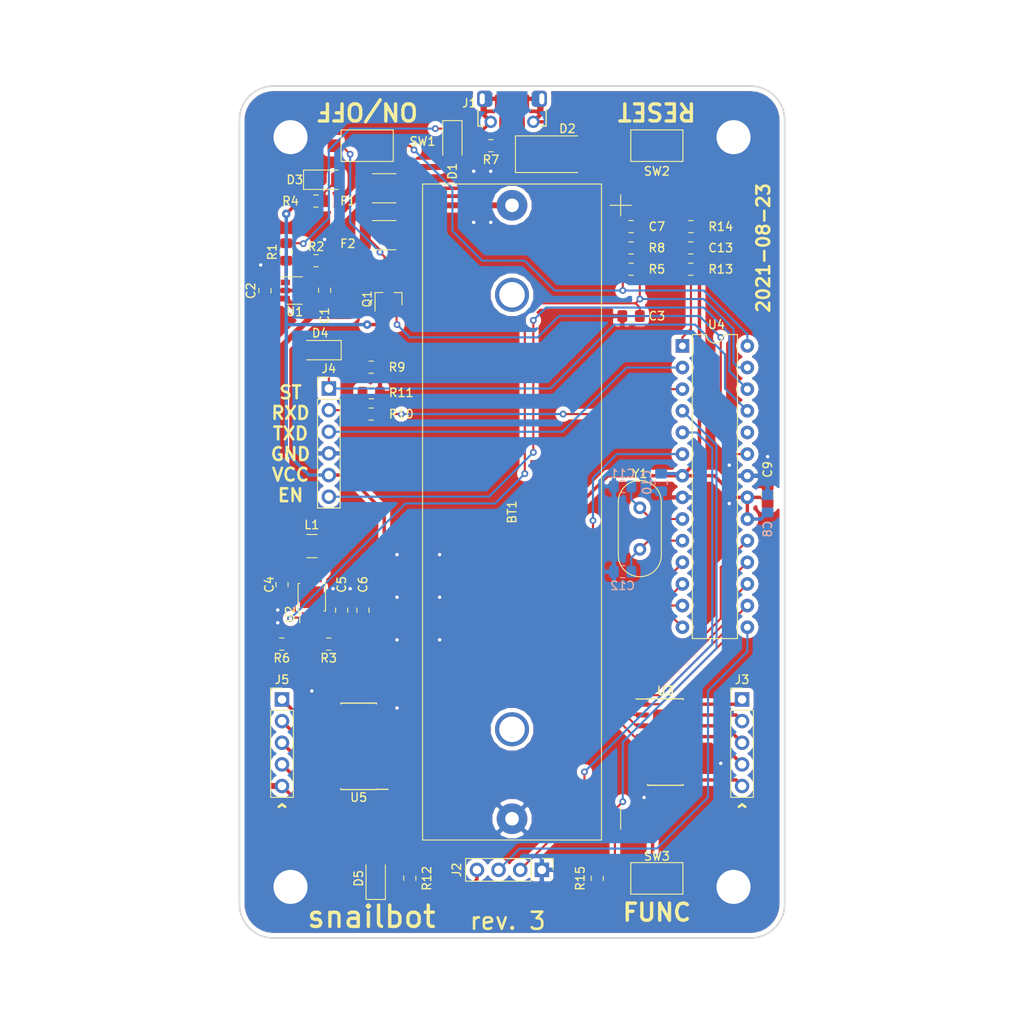
<source format=kicad_pcb>
(kicad_pcb (version 20171130) (host pcbnew 5.0.2-bee76a0~70~ubuntu18.04.1)
  (title_block (title Snailbot) (date 2021-08-22) (rev 3) (company "Michał Cieśnik") (comment 1 "Arduino compatible robot"))
  (layers (0 F.Cu signal) (31 B.Cu signal) (34 B.Paste user) (35 F.Paste user) (36 B.SilkS user) (37 F.SilkS user) (38 B.Mask user) (39 F.Mask user) (44 Edge.Cuts user))
  (net 0 "")
  (net 1 "Net-(BT1-Pad1)")
  (net 2 GND)
  (net 3 VDD)
  (net 4 +BATT)
  (net 5 VCC)
  (net 6 PC5)
  (net 7 "Net-(C11-Pad2)")
  (net 8 "Net-(C12-Pad2)")
  (net 9 "Net-(C13-Pad1)")
  (net 10 "Net-(D1-Pad1)")
  (net 11 "Net-(D2-Pad1)")
  (net 12 "Net-(D2-Pad2)")
  (net 13 "Net-(D3-Pad2)")
  (net 14 PC2)
  (net 15 "Net-(D4-Pad1)")
  (net 16 PB0)
  (net 17 "Net-(D5-Pad1)")
  (net 18 PD3)
  (net 19 PB1)
  (net 20 "Net-(J3-Pad1)")
  (net 21 "Net-(J3-Pad2)")
  (net 22 "Net-(J3-Pad3)")
  (net 23 "Net-(J3-Pad4)")
  (net 24 "Net-(J4-Pad2)")
  (net 25 RXD)
  (net 26 PC3)
  (net 27 "Net-(J5-Pad4)")
  (net 28 "Net-(J5-Pad3)")
  (net 29 "Net-(J5-Pad2)")
  (net 30 "Net-(J5-Pad1)")
  (net 31 "Net-(R1-Pad1)")
  (net 32 "Net-(R2-Pad1)")
  (net 33 "Net-(R3-Pad2)")
  (net 34 PC4)
  (net 35 TXD)
  (net 36 "Net-(R14-Pad2)")
  (net 37 PD2)
  (net 38 PB2)
  (net 39 PB3)
  (net 40 PB4)
  (net 41 PB5)
  (net 42 PD4)
  (net 43 PD5)
  (net 44 PD6)
  (net 45 PD7)
  (net 46 "Net-(L1-Pad1)")
  (net 47 PC0)
  (module mc_mech:BatteryHolder_1x18650 (layer F.Cu) (at 70 65 270)
    (fp_text reference BT1 (at 0 0 270) (layer F.SilkS) (effects (font (thickness 0.16))))
    (fp_text value Battery_Cell)
    (pad 1 thru_hole circle (at -36 0 270) (size 3.6 3.6) (drill 1.6) (layers *.Cu *.Mask) (net 1 "Net-(BT1-Pad1)"))
    (pad 2 thru_hole circle (at 36 0 270) (size 3.6 3.6) (drill 1.6) (layers *.Cu *.Mask) (net 2 GND))
    (pad "" thru_hole circle (at -25.5 0 270) (size 4 4) (drill 3) (layers *.Cu *.Mask))
    (pad "" thru_hole circle (at 25.5 0 270) (size 4 4) (drill 3) (layers *.Cu *.Mask))
  )
  (module Button_Switch_SMD:SW_SPST_CK_RS282G05A3 (layer F.Cu) (at 87 22 180)
    (fp_text reference SW2 (at 0 -3 180) (layer F.SilkS) (effects (font (thickness 0.16))))
    (fp_text value SW_Push)
    (pad 2 smd rect (at 3.9 0 180) (size 1.5 1.5) (layers F.Cu F.Paste F.Mask) (net 2 GND))
    (pad 1 smd rect (at -3.9 0 180) (size 1.5 1.5) (layers F.Cu F.Paste F.Mask) (net 36 "Net-(R14-Pad2)"))
  )
  (module Fuse:Fuse_1812_4532Metric_Pad1.30x3.40mm_HandSolder (layer F.Cu) (at 55 32.5)
    (fp_text reference F2 (at -4.275 1) (layer F.SilkS) (effects (font (thickness 0.16))))
    (fp_text value 1A)
    (pad 2 smd roundrect (at 2.225 0) (size 1.3 3.4) (layers F.Cu F.Paste F.Mask) (roundrect_rratio 0.192308) (net 1 "Net-(BT1-Pad1)"))
    (pad 1 smd roundrect (at -2.225 0) (size 1.3 3.4) (layers F.Cu F.Paste F.Mask) (roundrect_rratio 0.192308) (net 4 +BATT))
  )
  (module Capacitor_SMD:C_0805_2012Metric_Pad1.15x1.40mm_HandSolder (layer F.Cu) (at 48 38.975 90)
    (fp_text reference C1 (at -2.975 0 90) (layer F.SilkS) (effects (font (thickness 0.16))))
    (fp_text value 4u7)
    (pad 2 smd roundrect (at 1.025 0 90) (size 1.15 1.4) (layers F.Cu F.Paste F.Mask) (roundrect_rratio 0.217391) (net 2 GND))
    (pad 1 smd roundrect (at -1.025 0 90) (size 1.15 1.4) (layers F.Cu F.Paste F.Mask) (roundrect_rratio 0.217391) (net 3 VDD))
  )
  (module Capacitor_SMD:C_0805_2012Metric_Pad1.15x1.40mm_HandSolder (layer F.Cu) (at 43 73.525 270)
    (fp_text reference C4 (at -0.025 1.5 270) (layer F.SilkS) (effects (font (thickness 0.16))))
    (fp_text value 10u)
    (pad 2 smd roundrect (at 1.025 0 270) (size 1.15 1.4) (layers F.Cu F.Paste F.Mask) (roundrect_rratio 0.217391) (net 2 GND))
    (pad 1 smd roundrect (at -1.025 0 270) (size 1.15 1.4) (layers F.Cu F.Paste F.Mask) (roundrect_rratio 0.217391) (net 4 +BATT))
  )
  (module Capacitor_SMD:C_0805_2012Metric_Pad1.15x1.40mm_HandSolder (layer F.Cu) (at 50 76.525 90)
    (fp_text reference C5 (at 3.025 0 90) (layer F.SilkS) (effects (font (thickness 0.16))))
    (fp_text value 10u)
    (pad 2 smd roundrect (at 1.025 0 90) (size 1.15 1.4) (layers F.Cu F.Paste F.Mask) (roundrect_rratio 0.217391) (net 2 GND))
    (pad 1 smd roundrect (at -1.025 0 90) (size 1.15 1.4) (layers F.Cu F.Paste F.Mask) (roundrect_rratio 0.217391) (net 5 VCC))
  )
  (module Capacitor_SMD:C_0805_2012Metric_Pad1.15x1.40mm_HandSolder (layer F.Cu) (at 52.5 76.525 90)
    (fp_text reference C6 (at 3.025 0 90) (layer F.SilkS) (effects (font (thickness 0.16))))
    (fp_text value 10u)
    (pad 2 smd roundrect (at 1.025 0 90) (size 1.15 1.4) (layers F.Cu F.Paste F.Mask) (roundrect_rratio 0.217391) (net 2 GND))
    (pad 1 smd roundrect (at -1.025 0 90) (size 1.15 1.4) (layers F.Cu F.Paste F.Mask) (roundrect_rratio 0.217391) (net 5 VCC))
  )
  (module Capacitor_SMD:C_0805_2012Metric_Pad1.15x1.40mm_HandSolder (layer F.Cu) (at 83.975 31.5)
    (fp_text reference C7 (at 3.025 0) (layer F.SilkS) (effects (font (thickness 0.16))))
    (fp_text value 10u)
    (pad 2 smd roundrect (at 1.025 0) (size 1.15 1.4) (layers F.Cu F.Paste F.Mask) (roundrect_rratio 0.217391) (net 2 GND))
    (pad 1 smd roundrect (at -1.025 0) (size 1.15 1.4) (layers F.Cu F.Paste F.Mask) (roundrect_rratio 0.217391) (net 6 PC5))
  )
  (module Capacitor_SMD:C_0805_2012Metric_Pad1.15x1.40mm_HandSolder (layer B.Cu) (at 100 64.025 90)
    (fp_text reference C8 (at -2.975 0 90) (layer B.SilkS) (effects (font (thickness 0.16)) (justify mirror)))
    (fp_text value 100n)
    (pad 2 smd roundrect (at 1.025 0 90) (size 1.15 1.4) (layers B.Cu B.Paste B.Mask) (roundrect_rratio 0.217391) (net 2 GND))
    (pad 1 smd roundrect (at -1.025 0 90) (size 1.15 1.4) (layers B.Cu B.Paste B.Mask) (roundrect_rratio 0.217391) (net 5 VCC))
  )
  (module Capacitor_SMD:C_0805_2012Metric_Pad1.15x1.40mm_HandSolder (layer F.Cu) (at 100 62.975 270)
    (fp_text reference C9 (at -2.975 0 270) (layer F.SilkS) (effects (font (thickness 0.16))))
    (fp_text value 100n)
    (pad 2 smd roundrect (at 1.025 0 270) (size 1.15 1.4) (layers F.Cu F.Paste F.Mask) (roundrect_rratio 0.217391) (net 5 VCC))
    (pad 1 smd roundrect (at -1.025 0 270) (size 1.15 1.4) (layers F.Cu F.Paste F.Mask) (roundrect_rratio 0.217391) (net 2 GND))
  )
  (module Capacitor_SMD:C_0805_2012Metric_Pad1.15x1.40mm_HandSolder (layer B.Cu) (at 87.5 61.525 270)
    (fp_text reference C10 (at 0 1.65 270) (layer B.SilkS) (effects (font (thickness 0.16)) (justify mirror)))
    (fp_text value 100n)
    (pad 2 smd roundrect (at 1.025 0 270) (size 1.15 1.4) (layers B.Cu B.Paste B.Mask) (roundrect_rratio 0.217391) (net 2 GND))
    (pad 1 smd roundrect (at -1.025 0 270) (size 1.15 1.4) (layers B.Cu B.Paste B.Mask) (roundrect_rratio 0.217391) (net 5 VCC))
  )
  (module Capacitor_SMD:C_0805_2012Metric_Pad1.15x1.40mm_HandSolder (layer B.Cu) (at 82.975 62)
    (fp_text reference C11 (at 0 -1.5) (layer B.SilkS) (effects (font (thickness 0.16)) (justify mirror)))
    (fp_text value 22p)
    (pad 2 smd roundrect (at 1.025 0) (size 1.15 1.4) (layers B.Cu B.Paste B.Mask) (roundrect_rratio 0.217391) (net 7 "Net-(C11-Pad2)"))
    (pad 1 smd roundrect (at -1.025 0) (size 1.15 1.4) (layers B.Cu B.Paste B.Mask) (roundrect_rratio 0.217391) (net 2 GND))
  )
  (module Capacitor_SMD:C_0805_2012Metric_Pad1.15x1.40mm_HandSolder (layer B.Cu) (at 82.975 72)
    (fp_text reference C12 (at 0 1.65) (layer B.SilkS) (effects (font (thickness 0.16)) (justify mirror)))
    (fp_text value 22p)
    (pad 2 smd roundrect (at 1.025 0) (size 1.15 1.4) (layers B.Cu B.Paste B.Mask) (roundrect_rratio 0.217391) (net 8 "Net-(C12-Pad2)"))
    (pad 1 smd roundrect (at -1.025 0) (size 1.15 1.4) (layers B.Cu B.Paste B.Mask) (roundrect_rratio 0.217391) (net 2 GND))
  )
  (module Capacitor_SMD:C_0805_2012Metric_Pad1.15x1.40mm_HandSolder (layer F.Cu) (at 90.975 34)
    (fp_text reference C13 (at 3.525 0) (layer F.SilkS) (effects (font (thickness 0.16))))
    (fp_text value 100n)
    (pad 2 smd roundrect (at 1.025 0) (size 1.15 1.4) (layers F.Cu F.Paste F.Mask) (roundrect_rratio 0.217391) (net 2 GND))
    (pad 1 smd roundrect (at -1.025 0) (size 1.15 1.4) (layers F.Cu F.Paste F.Mask) (roundrect_rratio 0.217391) (net 9 "Net-(C13-Pad1)"))
  )
  (module LED_SMD:LED_1206_3216Metric_Pad1.42x1.75mm_HandSolder (layer F.Cu) (at 63 21.5125 270)
    (fp_text reference D1 (at 3.4875 0 270) (layer F.SilkS) (effects (font (thickness 0.16))))
    (fp_text value RED)
    (pad 2 smd roundrect (at 1.4875 0 270) (size 1.425 1.75) (layers F.Cu F.Paste F.Mask) (roundrect_rratio 0.175439) (net 3 VDD))
    (pad 1 smd roundrect (at -1.4875 0 270) (size 1.425 1.75) (layers F.Cu F.Paste F.Mask) (roundrect_rratio 0.175439) (net 10 "Net-(D1-Pad1)"))
  )
  (module Diode_SMD:D_SMB_Handsoldering (layer F.Cu) (at 75 23)
    (fp_text reference D2 (at 1.5 -3) (layer F.SilkS) (effects (font (thickness 0.16))))
    (fp_text value D_TVS)
    (pad 1 smd rect (at -2.7 0) (size 3.5 2.3) (layers F.Cu F.Paste F.Mask) (net 11 "Net-(D2-Pad1)"))
    (pad 2 smd rect (at 2.7 0) (size 3.5 2.3) (layers F.Cu F.Paste F.Mask) (net 12 "Net-(D2-Pad2)"))
  )
  (module LED_SMD:LED_1206_3216Metric_Pad1.42x1.75mm_HandSolder (layer F.Cu) (at 47.9875 26)
    (fp_text reference D3 (at -3.4875 0) (layer F.SilkS) (effects (font (thickness 0.16))))
    (fp_text value YELLOW)
    (pad 2 smd roundrect (at 1.4875 0) (size 1.425 1.75) (layers F.Cu F.Paste F.Mask) (roundrect_rratio 0.175439) (net 13 "Net-(D3-Pad2)"))
    (pad 1 smd roundrect (at -1.4875 0) (size 1.425 1.75) (layers F.Cu F.Paste F.Mask) (roundrect_rratio 0.175439) (net 2 GND))
  )
  (module LED_SMD:LED_1206_3216Metric_Pad1.42x1.75mm_HandSolder (layer F.Cu) (at 47.4875 46 180)
    (fp_text reference D4 (at 0 2 180) (layer F.SilkS) (effects (font (thickness 0.16))))
    (fp_text value BLUE)
    (pad 2 smd roundrect (at 1.4875 0 180) (size 1.425 1.75) (layers F.Cu F.Paste F.Mask) (roundrect_rratio 0.175439) (net 14 PC2))
    (pad 1 smd roundrect (at -1.4875 0 180) (size 1.425 1.75) (layers F.Cu F.Paste F.Mask) (roundrect_rratio 0.175439) (net 15 "Net-(D4-Pad1)"))
  )
  (module LED_SMD:LED_1206_3216Metric_Pad1.42x1.75mm_HandSolder (layer F.Cu) (at 54 108.0125 90)
    (fp_text reference D5 (at 0.0125 -2 90) (layer F.SilkS) (effects (font (thickness 0.16))))
    (fp_text value BLUE)
    (pad 2 smd roundrect (at 1.4875 0 90) (size 1.425 1.75) (layers F.Cu F.Paste F.Mask) (roundrect_rratio 0.175439) (net 16 PB0))
    (pad 1 smd roundrect (at -1.4875 0 90) (size 1.425 1.75) (layers F.Cu F.Paste F.Mask) (roundrect_rratio 0.175439) (net 17 "Net-(D5-Pad1)"))
  )
  (module Fuse:Fuse_1812_4532Metric_Pad1.30x3.40mm_HandSolder (layer F.Cu) (at 55 27)
    (fp_text reference F1 (at -4.275 1.5) (layer F.SilkS) (effects (font (thickness 0.16))))
    (fp_text value 750mA)
    (pad 2 smd roundrect (at 2.225 0) (size 1.3 3.4) (layers F.Cu F.Paste F.Mask) (roundrect_rratio 0.192308) (net 11 "Net-(D2-Pad1)"))
    (pad 1 smd roundrect (at -2.225 0) (size 1.3 3.4) (layers F.Cu F.Paste F.Mask) (roundrect_rratio 0.192308) (net 3 VDD))
  )
  (module Connector_PinHeader_2.54mm:PinHeader_1x04_P2.54mm_Vertical (layer F.Cu) (at 73.5 107 270)
    (fp_text reference J2 (at 0 10 270) (layer F.SilkS) (effects (font (thickness 0.16))))
    (fp_text value Conn_01x04_Female)
    (pad 4 thru_hole oval (at 0 7.62 270) (size 1.7 1.7) (drill 1) (layers *.Cu *.Mask) (net 5 VCC))
    (pad 3 thru_hole oval (at 0 5.08 270) (size 1.7 1.7) (drill 1) (layers *.Cu *.Mask) (net 19 PB1))
    (pad 2 thru_hole oval (at 0 2.54 270) (size 1.7 1.7) (drill 1) (layers *.Cu *.Mask) (net 18 PD3))
    (pad 1 thru_hole rect (at 0 0 270) (size 1.7 1.7) (drill 1) (layers *.Cu *.Mask) (net 2 GND))
  )
  (module Connector_PinHeader_2.54mm:PinHeader_1x05_P2.54mm_Vertical (layer F.Cu) (at 97 87)
    (fp_text reference J3 (at 0 -2.33) (layer F.SilkS) (effects (font (thickness 0.16))))
    (fp_text value Conn_01x05_Male)
    (pad 5 thru_hole oval (at 0 10.16) (size 1.7 1.7) (drill 1) (layers *.Cu *.Mask) (net 5 VCC))
    (pad 4 thru_hole oval (at 0 7.62) (size 1.7 1.7) (drill 1) (layers *.Cu *.Mask) (net 23 "Net-(J3-Pad4)"))
    (pad 3 thru_hole oval (at 0 5.08) (size 1.7 1.7) (drill 1) (layers *.Cu *.Mask) (net 22 "Net-(J3-Pad3)"))
    (pad 2 thru_hole oval (at 0 2.54) (size 1.7 1.7) (drill 1) (layers *.Cu *.Mask) (net 21 "Net-(J3-Pad2)"))
    (pad 1 thru_hole rect (at 0 0) (size 1.7 1.7) (drill 1) (layers *.Cu *.Mask) (net 20 "Net-(J3-Pad1)"))
  )
  (module Connector_PinHeader_2.54mm:PinHeader_1x06_P2.54mm_Vertical (layer F.Cu) (at 48.5 50.5)
    (fp_text reference J4 (at 0 -2.33) (layer F.SilkS) (effects (font (thickness 0.16))))
    (fp_text value Conn_01x06_Female)
    (pad 6 thru_hole oval (at 0 12.7) (size 1.7 1.7) (drill 1) (layers *.Cu *.Mask) (net 26 PC3))
    (pad 5 thru_hole oval (at 0 10.16) (size 1.7 1.7) (drill 1) (layers *.Cu *.Mask) (net 5 VCC))
    (pad 4 thru_hole oval (at 0 7.62) (size 1.7 1.7) (drill 1) (layers *.Cu *.Mask) (net 2 GND))
    (pad 3 thru_hole oval (at 0 5.08) (size 1.7 1.7) (drill 1) (layers *.Cu *.Mask) (net 25 RXD))
    (pad 2 thru_hole oval (at 0 2.54) (size 1.7 1.7) (drill 1) (layers *.Cu *.Mask) (net 24 "Net-(J4-Pad2)"))
    (pad 1 thru_hole rect (at 0 0) (size 1.7 1.7) (drill 1) (layers *.Cu *.Mask) (net 14 PC2))
  )
  (module Connector_PinHeader_2.54mm:PinHeader_1x05_P2.54mm_Vertical (layer F.Cu) (at 43 87)
    (fp_text reference J5 (at 0 -2.33) (layer F.SilkS) (effects (font (thickness 0.16))))
    (fp_text value Conn_01x05_Male)
    (pad 5 thru_hole oval (at 0 10.16) (size 1.7 1.7) (drill 1) (layers *.Cu *.Mask) (net 5 VCC))
    (pad 4 thru_hole oval (at 0 7.62) (size 1.7 1.7) (drill 1) (layers *.Cu *.Mask) (net 27 "Net-(J5-Pad4)"))
    (pad 3 thru_hole oval (at 0 5.08) (size 1.7 1.7) (drill 1) (layers *.Cu *.Mask) (net 28 "Net-(J5-Pad3)"))
    (pad 2 thru_hole oval (at 0 2.54) (size 1.7 1.7) (drill 1) (layers *.Cu *.Mask) (net 29 "Net-(J5-Pad2)"))
    (pad 1 thru_hole rect (at 0 0) (size 1.7 1.7) (drill 1) (layers *.Cu *.Mask) (net 30 "Net-(J5-Pad1)"))
  )
  (module Inductor_SMD:L_1210_3225Metric_Pad1.42x2.65mm_HandSolder (layer F.Cu) (at 46.5125 69 180)
    (fp_text reference L1 (at 0.0125 2.5 180) (layer F.SilkS) (effects (font (thickness 0.16))))
    (fp_text value 4u7)
    (pad 2 smd roundrect (at 1.4875 0 180) (size 1.425 2.65) (layers F.Cu F.Paste F.Mask) (roundrect_rratio 0.175439) (net 4 +BATT))
    (pad 1 smd roundrect (at -1.4875 0 180) (size 1.425 2.65) (layers F.Cu F.Paste F.Mask) (roundrect_rratio 0.175439) (net 46 "Net-(L1-Pad1)"))
  )
  (module Resistor_SMD:R_0805_2012Metric_Pad1.15x1.40mm_HandSolder (layer F.Cu) (at 43.5 34.475 90)
    (fp_text reference R1 (at 0 -1.65 90) (layer F.SilkS) (effects (font (thickness 0.16))))
    (fp_text value 1k)
    (pad 2 smd roundrect (at 1.025 0 90) (size 1.15 1.4) (layers F.Cu F.Paste F.Mask) (roundrect_rratio 0.217391) (net 10 "Net-(D1-Pad1)"))
    (pad 1 smd roundrect (at -1.025 0 90) (size 1.15 1.4) (layers F.Cu F.Paste F.Mask) (roundrect_rratio 0.217391) (net 31 "Net-(R1-Pad1)"))
  )
  (module Resistor_SMD:R_0805_2012Metric_Pad1.15x1.40mm_HandSolder (layer F.Cu) (at 47 35.5)
    (fp_text reference R2 (at 0 -1.65) (layer F.SilkS) (effects (font (thickness 0.16))))
    (fp_text value 2k2)
    (pad 2 smd roundrect (at 1.025 0) (size 1.15 1.4) (layers F.Cu F.Paste F.Mask) (roundrect_rratio 0.217391) (net 2 GND))
    (pad 1 smd roundrect (at -1.025 0) (size 1.15 1.4) (layers F.Cu F.Paste F.Mask) (roundrect_rratio 0.217391) (net 32 "Net-(R2-Pad1)"))
  )
  (module Resistor_SMD:R_0805_2012Metric_Pad1.15x1.40mm_HandSolder (layer F.Cu) (at 48.475 80.5 180)
    (fp_text reference R3 (at 0 -1.65 180) (layer F.SilkS) (effects (font (thickness 0.16))))
    (fp_text value "470k 1%")
    (pad 2 smd roundrect (at 1.025 0 180) (size 1.15 1.4) (layers F.Cu F.Paste F.Mask) (roundrect_rratio 0.217391) (net 33 "Net-(R3-Pad2)"))
    (pad 1 smd roundrect (at -1.025 0 180) (size 1.15 1.4) (layers F.Cu F.Paste F.Mask) (roundrect_rratio 0.217391) (net 5 VCC))
  )
  (module Resistor_SMD:R_0805_2012Metric_Pad1.15x1.40mm_HandSolder (layer F.Cu) (at 46.975 28.5 180)
    (fp_text reference R4 (at 2.975 0 180) (layer F.SilkS) (effects (font (thickness 0.16))))
    (fp_text value 470)
    (pad 2 smd roundrect (at 1.025 0 180) (size 1.15 1.4) (layers F.Cu F.Paste F.Mask) (roundrect_rratio 0.217391) (net 5 VCC))
    (pad 1 smd roundrect (at -1.025 0 180) (size 1.15 1.4) (layers F.Cu F.Paste F.Mask) (roundrect_rratio 0.217391) (net 13 "Net-(D3-Pad2)"))
  )
  (module Resistor_SMD:R_0805_2012Metric_Pad1.15x1.40mm_HandSolder (layer F.Cu) (at 83.975 36.5)
    (fp_text reference R5 (at 3.025 0) (layer F.SilkS) (effects (font (thickness 0.16))))
    (fp_text value 1M)
    (pad 2 smd roundrect (at 1.025 0) (size 1.15 1.4) (layers F.Cu F.Paste F.Mask) (roundrect_rratio 0.217391) (net 34 PC4))
    (pad 1 smd roundrect (at -1.025 0) (size 1.15 1.4) (layers F.Cu F.Paste F.Mask) (roundrect_rratio 0.217391) (net 6 PC5))
  )
  (module Resistor_SMD:R_0805_2012Metric_Pad1.15x1.40mm_HandSolder (layer F.Cu) (at 42.975 80.5 180)
    (fp_text reference R6 (at 0 -1.65 180) (layer F.SilkS) (effects (font (thickness 0.16))))
    (fp_text value "150k 1%")
    (pad 2 smd roundrect (at 1.025 0 180) (size 1.15 1.4) (layers F.Cu F.Paste F.Mask) (roundrect_rratio 0.217391) (net 2 GND))
    (pad 1 smd roundrect (at -1.025 0 180) (size 1.15 1.4) (layers F.Cu F.Paste F.Mask) (roundrect_rratio 0.217391) (net 33 "Net-(R3-Pad2)"))
  )
  (module Resistor_SMD:R_0805_2012Metric_Pad1.15x1.40mm_HandSolder (layer F.Cu) (at 67.525 22 180)
    (fp_text reference R7 (at 0 -1.65 180) (layer F.SilkS) (effects (font (thickness 0.16))))
    (fp_text value 1k)
    (pad 2 smd roundrect (at 1.025 0 180) (size 1.15 1.4) (layers F.Cu F.Paste F.Mask) (roundrect_rratio 0.217391) (net 12 "Net-(D2-Pad2)"))
    (pad 1 smd roundrect (at -1.025 0 180) (size 1.15 1.4) (layers F.Cu F.Paste F.Mask) (roundrect_rratio 0.217391) (net 2 GND))
  )
  (module Resistor_SMD:R_0805_2012Metric_Pad1.15x1.40mm_HandSolder (layer F.Cu) (at 83.975 34 180)
    (fp_text reference R8 (at -3.025 0 180) (layer F.SilkS) (effects (font (thickness 0.16))))
    (fp_text value 100k)
    (pad 2 smd roundrect (at 1.025 0 180) (size 1.15 1.4) (layers F.Cu F.Paste F.Mask) (roundrect_rratio 0.217391) (net 6 PC5))
    (pad 1 smd roundrect (at -1.025 0 180) (size 1.15 1.4) (layers F.Cu F.Paste F.Mask) (roundrect_rratio 0.217391) (net 2 GND))
  )
  (module Resistor_SMD:R_0805_2012Metric_Pad1.15x1.40mm_HandSolder (layer F.Cu) (at 53.475 48 180)
    (fp_text reference R9 (at -3.025 0 180) (layer F.SilkS) (effects (font (thickness 0.16))))
    (fp_text value 470)
    (pad 2 smd roundrect (at 1.025 0 180) (size 1.15 1.4) (layers F.Cu F.Paste F.Mask) (roundrect_rratio 0.217391) (net 15 "Net-(D4-Pad1)"))
    (pad 1 smd roundrect (at -1.025 0 180) (size 1.15 1.4) (layers F.Cu F.Paste F.Mask) (roundrect_rratio 0.217391) (net 2 GND))
  )
  (module Resistor_SMD:R_0805_2012Metric_Pad1.15x1.40mm_HandSolder (layer F.Cu) (at 53.475 53.5)
    (fp_text reference R10 (at 3.525 0) (layer F.SilkS) (effects (font (thickness 0.16))))
    (fp_text value 10k)
    (pad 2 smd roundrect (at 1.025 0) (size 1.15 1.4) (layers F.Cu F.Paste F.Mask) (roundrect_rratio 0.217391) (net 35 TXD))
    (pad 1 smd roundrect (at -1.025 0) (size 1.15 1.4) (layers F.Cu F.Paste F.Mask) (roundrect_rratio 0.217391) (net 24 "Net-(J4-Pad2)"))
  )
  (module Resistor_SMD:R_0805_2012Metric_Pad1.15x1.40mm_HandSolder (layer F.Cu) (at 53.475 51 180)
    (fp_text reference R11 (at -3.525 0 180) (layer F.SilkS) (effects (font (thickness 0.16))))
    (fp_text value 15k)
    (pad 2 smd roundrect (at 1.025 0 180) (size 1.15 1.4) (layers F.Cu F.Paste F.Mask) (roundrect_rratio 0.217391) (net 24 "Net-(J4-Pad2)"))
    (pad 1 smd roundrect (at -1.025 0 180) (size 1.15 1.4) (layers F.Cu F.Paste F.Mask) (roundrect_rratio 0.217391) (net 2 GND))
  )
  (module Resistor_SMD:R_0805_2012Metric_Pad1.15x1.40mm_HandSolder (layer F.Cu) (at 58 107.975 270)
    (fp_text reference R12 (at 0.025 -2 270) (layer F.SilkS) (effects (font (thickness 0.16))))
    (fp_text value 470)
    (pad 2 smd roundrect (at 1.025 0 270) (size 1.15 1.4) (layers F.Cu F.Paste F.Mask) (roundrect_rratio 0.217391) (net 17 "Net-(D5-Pad1)"))
    (pad 1 smd roundrect (at -1.025 0 270) (size 1.15 1.4) (layers F.Cu F.Paste F.Mask) (roundrect_rratio 0.217391) (net 2 GND))
  )
  (module Resistor_SMD:R_0805_2012Metric_Pad1.15x1.40mm_HandSolder (layer F.Cu) (at 90.975 36.5)
    (fp_text reference R13 (at 3.525 0) (layer F.SilkS) (effects (font (thickness 0.16))))
    (fp_text value 10k)
    (pad 2 smd roundrect (at 1.025 0) (size 1.15 1.4) (layers F.Cu F.Paste F.Mask) (roundrect_rratio 0.217391) (net 5 VCC))
    (pad 1 smd roundrect (at -1.025 0) (size 1.15 1.4) (layers F.Cu F.Paste F.Mask) (roundrect_rratio 0.217391) (net 9 "Net-(C13-Pad1)"))
  )
  (module Resistor_SMD:R_0805_2012Metric_Pad1.15x1.40mm_HandSolder (layer F.Cu) (at 91 31.5)
    (fp_text reference R14 (at 3.5 0) (layer F.SilkS) (effects (font (thickness 0.16))))
    (fp_text value 100)
    (pad 2 smd roundrect (at 1.025 0) (size 1.15 1.4) (layers F.Cu F.Paste F.Mask) (roundrect_rratio 0.217391) (net 36 "Net-(R14-Pad2)"))
    (pad 1 smd roundrect (at -1.025 0) (size 1.15 1.4) (layers F.Cu F.Paste F.Mask) (roundrect_rratio 0.217391) (net 9 "Net-(C13-Pad1)"))
  )
  (module Resistor_SMD:R_0805_2012Metric_Pad1.15x1.40mm_HandSolder (layer F.Cu) (at 80 108 270)
    (fp_text reference R15 (at 0 2 270) (layer F.SilkS) (effects (font (thickness 0.16))))
    (fp_text value 10k)
    (pad 2 smd roundrect (at 1.025 0 270) (size 1.15 1.4) (layers F.Cu F.Paste F.Mask) (roundrect_rratio 0.217391) (net 5 VCC))
    (pad 1 smd roundrect (at -1.025 0 270) (size 1.15 1.4) (layers F.Cu F.Paste F.Mask) (roundrect_rratio 0.217391) (net 37 PD2))
  )
  (module Button_Switch_SMD:SW_SPST_CK_RS282G05A3 (layer F.Cu) (at 53 22)
    (fp_text reference SW1 (at 6.5 -0.5) (layer F.SilkS) (effects (font (thickness 0.16))))
    (fp_text value SW_Push)
    (pad 2 smd rect (at 3.9 0) (size 1.5 1.5) (layers F.Cu F.Paste F.Mask) (net 6 PC5))
    (pad 1 smd rect (at -3.9 0) (size 1.5 1.5) (layers F.Cu F.Paste F.Mask) (net 4 +BATT))
  )
  (module Button_Switch_SMD:SW_SPST_CK_RS282G05A3 (layer F.Cu) (at 87 108)
    (fp_text reference SW3 (at 0 -2.6) (layer F.SilkS) (effects (font (thickness 0.16))))
    (fp_text value SW_Push)
    (pad 2 smd rect (at 3.9 0) (size 1.5 1.5) (layers F.Cu F.Paste F.Mask) (net 2 GND))
    (pad 1 smd rect (at -3.9 0) (size 1.5 1.5) (layers F.Cu F.Paste F.Mask) (net 37 PD2))
  )
  (module Package_TO_SOT_SMD:SOT-23-5 (layer F.Cu) (at 44.5 39)
    (fp_text reference U1 (at 0 2.5) (layer F.SilkS) (effects (font (thickness 0.16))))
    (fp_text value MCP73831-2-OT)
    (pad 5 smd rect (at 1.1 -0.95) (size 1.06 0.65) (layers F.Cu F.Paste F.Mask) (net 32 "Net-(R2-Pad1)"))
    (pad 4 smd rect (at 1.1 0.95) (size 1.06 0.65) (layers F.Cu F.Paste F.Mask) (net 3 VDD))
    (pad 3 smd rect (at -1.1 0.95) (size 1.06 0.65) (layers F.Cu F.Paste F.Mask) (net 4 +BATT))
    (pad 2 smd rect (at -1.1 0) (size 1.06 0.65) (layers F.Cu F.Paste F.Mask) (net 2 GND))
    (pad 1 smd rect (at -1.1 -0.95) (size 1.06 0.65) (layers F.Cu F.Paste F.Mask) (net 31 "Net-(R1-Pad1)"))
  )
  (module Package_SO:SOIC-16_3.9x9.9mm_P1.27mm (layer F.Cu) (at 88 92)
    (fp_text reference U3 (at 0 -6) (layer F.SilkS) (effects (font (thickness 0.16))))
    (fp_text value ULN2003)
    (pad 16 smd rect (at 2.7 -4.445) (size 1.5 0.6) (layers F.Cu F.Paste F.Mask) (net 20 "Net-(J3-Pad1)"))
    (pad 15 smd rect (at 2.7 -3.175) (size 1.5 0.6) (layers F.Cu F.Paste F.Mask) (net 21 "Net-(J3-Pad2)"))
    (pad 14 smd rect (at 2.7 -1.905) (size 1.5 0.6) (layers F.Cu F.Paste F.Mask) (net 22 "Net-(J3-Pad3)"))
    (pad 13 smd rect (at 2.7 -0.635) (size 1.5 0.6) (layers F.Cu F.Paste F.Mask) (net 23 "Net-(J3-Pad4)"))
    (pad 12 smd rect (at 2.7 0.635) (size 1.5 0.6) (layers F.Cu F.Paste F.Mask))
    (pad 11 smd rect (at 2.7 1.905) (size 1.5 0.6) (layers F.Cu F.Paste F.Mask))
    (pad 10 smd rect (at 2.7 3.175) (size 1.5 0.6) (layers F.Cu F.Paste F.Mask))
    (pad 9 smd rect (at 2.7 4.445) (size 1.5 0.6) (layers F.Cu F.Paste F.Mask) (net 5 VCC))
    (pad 8 smd rect (at -2.7 4.445) (size 1.5 0.6) (layers F.Cu F.Paste F.Mask) (net 2 GND))
    (pad 7 smd rect (at -2.7 3.175) (size 1.5 0.6) (layers F.Cu F.Paste F.Mask))
    (pad 6 smd rect (at -2.7 1.905) (size 1.5 0.6) (layers F.Cu F.Paste F.Mask))
    (pad 5 smd rect (at -2.7 0.635) (size 1.5 0.6) (layers F.Cu F.Paste F.Mask))
    (pad 4 smd rect (at -2.7 -0.635) (size 1.5 0.6) (layers F.Cu F.Paste F.Mask) (net 41 PB5))
    (pad 3 smd rect (at -2.7 -1.905) (size 1.5 0.6) (layers F.Cu F.Paste F.Mask) (net 40 PB4))
    (pad 2 smd rect (at -2.7 -3.175) (size 1.5 0.6) (layers F.Cu F.Paste F.Mask) (net 39 PB3))
    (pad 1 smd rect (at -2.7 -4.445) (size 1.5 0.6) (layers F.Cu F.Paste F.Mask) (net 38 PB2))
  )
  (module Package_DIP:DIP-28_W7.62mm (layer F.Cu) (at 90 45.5)
    (fp_text reference U4 (at 4 -2.5) (layer F.SilkS) (effects (font (thickness 0.16))))
    (fp_text value ATmega328P-PU)
    (pad 28 thru_hole oval (at 7.62 0) (size 1.6 1.6) (drill 0.8) (layers *.Cu *.Mask) (net 6 PC5))
    (pad 14 thru_hole oval (at 0 33.02) (size 1.6 1.6) (drill 0.8) (layers *.Cu *.Mask) (net 16 PB0))
    (pad 27 thru_hole oval (at 7.62 2.54) (size 1.6 1.6) (drill 0.8) (layers *.Cu *.Mask) (net 34 PC4))
    (pad 13 thru_hole oval (at 0 30.48) (size 1.6 1.6) (drill 0.8) (layers *.Cu *.Mask) (net 45 PD7))
    (pad 26 thru_hole oval (at 7.62 5.08) (size 1.6 1.6) (drill 0.8) (layers *.Cu *.Mask) (net 26 PC3))
    (pad 12 thru_hole oval (at 0 27.94) (size 1.6 1.6) (drill 0.8) (layers *.Cu *.Mask) (net 44 PD6))
    (pad 25 thru_hole oval (at 7.62 7.62) (size 1.6 1.6) (drill 0.8) (layers *.Cu *.Mask) (net 14 PC2))
    (pad 11 thru_hole oval (at 0 25.4) (size 1.6 1.6) (drill 0.8) (layers *.Cu *.Mask) (net 43 PD5))
    (pad 24 thru_hole oval (at 7.62 10.16) (size 1.6 1.6) (drill 0.8) (layers *.Cu *.Mask))
    (pad 10 thru_hole oval (at 0 22.86) (size 1.6 1.6) (drill 0.8) (layers *.Cu *.Mask) (net 8 "Net-(C12-Pad2)"))
    (pad 23 thru_hole oval (at 7.62 12.7) (size 1.6 1.6) (drill 0.8) (layers *.Cu *.Mask) (net 47 PC0))
    (pad 9 thru_hole oval (at 0 20.32) (size 1.6 1.6) (drill 0.8) (layers *.Cu *.Mask) (net 7 "Net-(C11-Pad2)"))
    (pad 22 thru_hole oval (at 7.62 15.24) (size 1.6 1.6) (drill 0.8) (layers *.Cu *.Mask) (net 2 GND))
    (pad 8 thru_hole oval (at 0 17.78) (size 1.6 1.6) (drill 0.8) (layers *.Cu *.Mask) (net 2 GND))
    (pad 21 thru_hole oval (at 7.62 17.78) (size 1.6 1.6) (drill 0.8) (layers *.Cu *.Mask) (net 5 VCC))
    (pad 7 thru_hole oval (at 0 15.24) (size 1.6 1.6) (drill 0.8) (layers *.Cu *.Mask) (net 5 VCC))
    (pad 20 thru_hole oval (at 7.62 20.32) (size 1.6 1.6) (drill 0.8) (layers *.Cu *.Mask) (net 5 VCC))
    (pad 6 thru_hole oval (at 0 12.7) (size 1.6 1.6) (drill 0.8) (layers *.Cu *.Mask) (net 42 PD4))
    (pad 19 thru_hole oval (at 7.62 22.86) (size 1.6 1.6) (drill 0.8) (layers *.Cu *.Mask) (net 41 PB5))
    (pad 5 thru_hole oval (at 0 10.16) (size 1.6 1.6) (drill 0.8) (layers *.Cu *.Mask) (net 18 PD3))
    (pad 18 thru_hole oval (at 7.62 25.4) (size 1.6 1.6) (drill 0.8) (layers *.Cu *.Mask) (net 40 PB4))
    (pad 4 thru_hole oval (at 0 7.62) (size 1.6 1.6) (drill 0.8) (layers *.Cu *.Mask) (net 37 PD2))
    (pad 17 thru_hole oval (at 7.62 27.94) (size 1.6 1.6) (drill 0.8) (layers *.Cu *.Mask) (net 39 PB3))
    (pad 3 thru_hole oval (at 0 5.08) (size 1.6 1.6) (drill 0.8) (layers *.Cu *.Mask) (net 35 TXD))
    (pad 16 thru_hole oval (at 7.62 30.48) (size 1.6 1.6) (drill 0.8) (layers *.Cu *.Mask) (net 38 PB2))
    (pad 2 thru_hole oval (at 0 2.54) (size 1.6 1.6) (drill 0.8) (layers *.Cu *.Mask) (net 25 RXD))
    (pad 15 thru_hole oval (at 7.62 33.02) (size 1.6 1.6) (drill 0.8) (layers *.Cu *.Mask) (net 19 PB1))
    (pad 1 thru_hole rect (at 0 0) (size 1.6 1.6) (drill 0.8) (layers *.Cu *.Mask) (net 9 "Net-(C13-Pad1)"))
  )
  (module Package_SO:SOIC-16_3.9x9.9mm_P1.27mm (layer F.Cu) (at 52 92.5 180)
    (fp_text reference U5 (at 0 -6 180) (layer F.SilkS) (effects (font (thickness 0.16))))
    (fp_text value ULN2003)
    (pad 16 smd rect (at 2.7 -4.445 180) (size 1.5 0.6) (layers F.Cu F.Paste F.Mask) (net 27 "Net-(J5-Pad4)"))
    (pad 15 smd rect (at 2.7 -3.175 180) (size 1.5 0.6) (layers F.Cu F.Paste F.Mask) (net 28 "Net-(J5-Pad3)"))
    (pad 14 smd rect (at 2.7 -1.905 180) (size 1.5 0.6) (layers F.Cu F.Paste F.Mask) (net 29 "Net-(J5-Pad2)"))
    (pad 13 smd rect (at 2.7 -0.635 180) (size 1.5 0.6) (layers F.Cu F.Paste F.Mask) (net 30 "Net-(J5-Pad1)"))
    (pad 12 smd rect (at 2.7 0.635 180) (size 1.5 0.6) (layers F.Cu F.Paste F.Mask))
    (pad 11 smd rect (at 2.7 1.905 180) (size 1.5 0.6) (layers F.Cu F.Paste F.Mask))
    (pad 10 smd rect (at 2.7 3.175 180) (size 1.5 0.6) (layers F.Cu F.Paste F.Mask))
    (pad 9 smd rect (at 2.7 4.445 180) (size 1.5 0.6) (layers F.Cu F.Paste F.Mask) (net 5 VCC))
    (pad 8 smd rect (at -2.7 4.445 180) (size 1.5 0.6) (layers F.Cu F.Paste F.Mask) (net 2 GND))
    (pad 7 smd rect (at -2.7 3.175 180) (size 1.5 0.6) (layers F.Cu F.Paste F.Mask))
    (pad 6 smd rect (at -2.7 1.905 180) (size 1.5 0.6) (layers F.Cu F.Paste F.Mask))
    (pad 5 smd rect (at -2.7 0.635 180) (size 1.5 0.6) (layers F.Cu F.Paste F.Mask))
    (pad 4 smd rect (at -2.7 -0.635 180) (size 1.5 0.6) (layers F.Cu F.Paste F.Mask) (net 42 PD4))
    (pad 3 smd rect (at -2.7 -1.905 180) (size 1.5 0.6) (layers F.Cu F.Paste F.Mask) (net 43 PD5))
    (pad 2 smd rect (at -2.7 -3.175 180) (size 1.5 0.6) (layers F.Cu F.Paste F.Mask) (net 44 PD6))
    (pad 1 smd rect (at -2.7 -4.445 180) (size 1.5 0.6) (layers F.Cu F.Paste F.Mask) (net 45 PD7))
  )
  (module Crystal:Crystal_HC49-U_Vertical (layer F.Cu) (at 85 64.5 270)
    (fp_text reference Y1 (at -4 0) (layer F.SilkS) (effects (font (thickness 0.16))))
    (fp_text value 16MHz)
    (pad 2 thru_hole circle (at 4.88 0 270) (size 1.5 1.5) (drill 0.8) (layers *.Cu *.Mask) (net 8 "Net-(C12-Pad2)"))
    (pad 1 thru_hole circle (at 0 0 270) (size 1.5 1.5) (drill 0.8) (layers *.Cu *.Mask) (net 7 "Net-(C11-Pad2)"))
  )
  (module Package_SO:MSOP-8-1EP_3x3mm_P0.65mm_EP2.54x2.8mm (layer F.Cu) (at 46.5 75 90)
    (fp_text reference U2 (at -2 -2.55 90) (layer F.SilkS) (effects (font (thickness 0.16))))
    (fp_text value MCP1642B)
    (pad 5 smd rect (at 2.4 0.975 90) (size 1.26 0.4) (layers F.Cu F.Paste F.Mask) (net 46 "Net-(L1-Pad1)"))
    (pad 1 smd rect (at -2.4 -0.975 90) (size 1.26 0.4) (layers F.Cu F.Paste F.Mask) (net 34 PC4))
    (pad 4 smd rect (at -2.4 0.975 90) (size 1.26 0.4) (layers F.Cu F.Paste F.Mask) (net 5 VCC))
    (pad 6 smd rect (at 2.4 0.325 90) (size 1.26 0.4) (layers F.Cu F.Paste F.Mask) (net 2 GND))
    (pad 2 smd rect (at -2.4 -0.325 90) (size 1.26 0.4) (layers F.Cu F.Paste F.Mask) (net 33 "Net-(R3-Pad2)"))
    (pad 3 smd rect (at -2.4 0.325 90) (size 1.26 0.4) (layers F.Cu F.Paste F.Mask))
    (pad 7 smd rect (at 2.4 -0.325 90) (size 1.26 0.4) (layers F.Cu F.Paste F.Mask) (net 2 GND))
    (pad 9 smd rect (at 0 0 90) (size 2.54 2.8) (layers F.Cu F.Mask) (net 2 GND))
    (pad 8 smd rect (at 2.4 -0.975 90) (size 1.26 0.4) (layers F.Cu F.Paste F.Mask) (net 4 +BATT))
  )
  (module mc_mech:USB_Micro-B_MOLEX_105017-0001 (layer F.Cu) (at 70 17.2 180)
    (fp_text reference J1 (at 5 0.2 180) (layer F.SilkS) (effects (font (thickness 0.16))))
    (fp_text value USB_B_Micro)
    (pad 6 thru_hole roundrect (at -3.5 0.7 180) (size 1.8 1.9) (drill oval 0.6 1.3 (offset 0.3 0)) (layers *.Cu *.Mask) (net 12 "Net-(D2-Pad2)"))
    (pad 6 thru_hole circle (at 2.5 -2 180) (size 1.45 1.45) (drill 0.85) (layers *.Cu *.Mask) (net 12 "Net-(D2-Pad2)"))
    (pad 6 thru_hole circle (at -2.5 -2 180) (size 1.45 1.45) (drill 0.85) (layers *.Cu *.Mask) (net 12 "Net-(D2-Pad2)"))
    (pad 5 smd rect (at 1.3 -2.1 180) (size 0.4 1.55) (layers F.Cu F.Paste F.Mask) (net 2 GND))
    (pad 4 smd rect (at 0.65 -2.1 180) (size 0.4 1.55) (layers F.Cu F.Paste F.Mask))
    (pad 3 smd rect (at 0 -2.1 180) (size 0.4 1.55) (layers F.Cu F.Paste F.Mask))
    (pad 2 smd rect (at -0.65 -2.1 180) (size 0.4 1.55) (layers F.Cu F.Paste F.Mask))
    (pad 1 smd rect (at -1.3 -2.1 180) (size 0.4 1.55) (layers F.Cu F.Paste F.Mask) (net 11 "Net-(D2-Pad1)"))
    (pad 6 thru_hole roundrect (at 3.5 0.7 180) (size 1.8 1.9) (drill oval 0.6 1.3 (offset -0.3 0)) (layers *.Cu *.Mask) (net 12 "Net-(D2-Pad2)"))
  )
  (module Capacitor_SMD:C_0805_2012Metric_Pad1.15x1.40mm_HandSolder (layer F.Cu) (at 41 39.025 90)
    (fp_text reference C2 (at 0 -1.65 90) (layer F.SilkS) (effects (font (thickness 0.16))))
    (fp_text value 10u)
    (pad 1 smd roundrect (at -1.025 0 90) (size 1.15 1.4) (layers F.Cu F.Paste F.Mask) (roundrect_rratio 0.217391) (net 4 +BATT))
    (pad 2 smd roundrect (at 1.025 0 90) (size 1.15 1.4) (layers F.Cu F.Paste F.Mask) (roundrect_rratio 0.217391) (net 2 GND))
  )
  (module Capacitor_SMD:C_0805_2012Metric_Pad1.15x1.40mm_HandSolder (layer F.Cu) (at 83.975 42)
    (fp_text reference C3 (at 3.025 0) (layer F.SilkS))
    (fp_text value 10n)
    (pad 1 smd roundrect (at -1.025 0) (size 1.15 1.4) (layers F.Cu F.Paste F.Mask) (roundrect_rratio 0.217391) (net 2 GND))
    (pad 2 smd roundrect (at 1.025 0) (size 1.15 1.4) (layers F.Cu F.Paste F.Mask) (roundrect_rratio 0.217391) (net 34 PC4))
  )
  (module Package_TO_SOT_SMD:SOT-23 (layer F.Cu) (at 55.5 40 90)
    (fp_text reference Q1 (at 0 -2.5 90) (layer F.SilkS))
    (fp_text value BSS138)
    (pad 1 smd rect (at -1 -0.95 90) (size 0.9 0.8) (layers F.Cu F.Paste F.Mask) (net 5 VCC))
    (pad 2 smd rect (at -1 0.95 90) (size 0.9 0.8) (layers F.Cu F.Paste F.Mask) (net 47 PC0))
    (pad 3 smd rect (at 1 0 90) (size 0.9 0.8) (layers F.Cu F.Paste F.Mask) (net 4 +BATT))
  )
  (gr_text "ST\nRXD\nTXD\nGND\nVCC\nEN" (at 44 57) (layer F.SilkS) (effects (font (size 1.5 1.5) (thickness 0.3))))
  (gr_text ^ (at 97 100.5) (layer F.SilkS) (effects (font (size 2 2) (thickness 0.3))))
  (gr_text ^ (at 43 100.5) (layer F.SilkS) (effects (font (size 2 2) (thickness 0.3))))
  (gr_text 2021-08-23 (at 99.5 34 90) (layer F.SilkS) (effects (font (size 1.5 1.5) (thickness 0.3))))
  (gr_text "rev. 3" (at 69.5 113) (layer F.SilkS) (effects (font (size 2 2) (thickness 0.3))))
  (gr_text snailbot (at 53.5 112.5) (layer F.SilkS) (effects (font (size 2.5 2.5) (thickness 0.4))))
  (gr_text ON/OFF (at 53 18 180) (layer F.SilkS) (effects (font (size 2 2) (thickness 0.4))))
  (gr_text RESET (at 87 18 180) (layer F.SilkS) (effects (font (size 2 2) (thickness 0.4))))
  (gr_text FUNC (at 87 112) (layer F.SilkS) (effects (font (size 2 2) (thickness 0.4))))
  (gr_arc (start 98 111) (end 98 115) (angle -90) (layer Edge.Cuts) (width 0.2))
  (gr_arc (start 42 111) (end 38 111) (angle -90) (layer Edge.Cuts) (width 0.2))
  (gr_arc (start 98 19) (end 102 19) (angle -90) (layer Edge.Cuts) (width 0.2))
  (gr_arc (start 42 19) (end 42 15) (angle -90) (layer Edge.Cuts) (width 0.2))
  (gr_line (start 38 111) (end 38 19) (layer Edge.Cuts) (width 0.2))
  (gr_line (start 98 115) (end 42 115) (layer Edge.Cuts) (width 0.2))
  (gr_line (start 102 19) (end 102 111) (layer Edge.Cuts) (width 0.2))
  (gr_line (start 42 15) (end 98 15) (layer Edge.Cuts) (width 0.2))
  (segment (start 70 29) (end 62 29) (width 0.7) (layer F.Cu) (net 1))
  (segment (start 58.5 32.5) (end 57.225 32.5) (width 0.7) (layer F.Cu) (net 1))
  (segment (start 62 29) (end 58.5 32.5) (width 0.7) (layer F.Cu) (net 1))
  (via (at 96 109) (size 6) (drill 4) (layers F.Cu B.Cu) (net 2))
  (via (at 44 109) (size 6) (drill 4) (layers F.Cu B.Cu) (net 2))
  (via (at 44 21) (size 6) (drill 4) (layers F.Cu B.Cu) (net 2))
  (via (at 96 21) (size 6) (drill 4) (layers F.Cu B.Cu) (net 2))
  (segment (start 46.825 72.6) (end 46.825 71.325) (width 0.25) (layer F.Cu) (net 2))
  (segment (start 46.825 71.325) (end 46.5 71) (width 0.25) (layer F.Cu) (net 2))
  (segment (start 46.175 72.6) (end 46.175 71.325) (width 0.25) (layer F.Cu) (net 2))
  (segment (start 46.175 71.325) (end 46.5 71) (width 0.25) (layer F.Cu) (net 2))
  (segment (start 46.175 74.675) (end 46.5 75) (width 0.25) (layer F.Cu) (net 2))
  (segment (start 46.175 72.6) (end 46.175 74.675) (width 0.25) (layer F.Cu) (net 2))
  (segment (start 46.825 74.675) (end 46.5 75) (width 0.25) (layer F.Cu) (net 2))
  (segment (start 46.825 72.6) (end 46.825 74.675) (width 0.25) (layer F.Cu) (net 2))
  (via (at 49 74) (size 0.8) (drill 0.4) (layers F.Cu B.Cu) (net 2))
  (via (at 42.5 76.5) (size 0.8) (drill 0.4) (layers F.Cu B.Cu) (net 2))
  (via (at 56.5 75) (size 0.8) (drill 0.4) (layers F.Cu B.Cu) (net 2))
  (via (at 56.5 80) (size 0.8) (drill 0.4) (layers F.Cu B.Cu) (net 2))
  (via (at 95.5 64) (size 0.8) (drill 0.4) (layers F.Cu B.Cu) (net 2))
  (segment (start 68.7 21.85) (end 68.55 22) (width 0.25) (layer F.Cu) (net 2))
  (segment (start 68.7 19.3) (end 68.7 21.85) (width 0.25) (layer F.Cu) (net 2))
  (via (at 95.5 59.5) (size 0.8) (drill 0.4) (layers F.Cu B.Cu) (net 2))
  (via (at 100 58.5) (size 0.8) (drill 0.4) (layers F.Cu B.Cu) (net 2))
  (via (at 56.5 88) (size 0.8) (drill 0.4) (layers F.Cu B.Cu) (net 2))
  (via (at 65.5 25) (size 0.8) (drill 0.4) (layers F.Cu B.Cu) (net 2))
  (via (at 51 74) (size 0.8) (drill 0.4) (layers F.Cu B.Cu) (net 2))
  (via (at 42.5 78) (size 0.8) (drill 0.4) (layers F.Cu B.Cu) (net 2))
  (via (at 85.5 98.5) (size 0.8) (drill 0.4) (layers F.Cu B.Cu) (net 2))
  (via (at 61.5 75) (size 0.8) (drill 0.4) (layers F.Cu B.Cu) (net 2))
  (via (at 61.5 80) (size 0.8) (drill 0.4) (layers F.Cu B.Cu) (net 2))
  (via (at 46.5 86) (size 0.8) (drill 0.4) (layers F.Cu B.Cu) (net 2))
  (via (at 61.5 70) (size 0.8) (drill 0.4) (layers F.Cu B.Cu) (net 2))
  (via (at 56.5 70) (size 0.8) (drill 0.4) (layers F.Cu B.Cu) (net 2))
  (via (at 65.5 31) (size 0.8) (drill 0.4) (layers F.Cu B.Cu) (net 2))
  (via (at 67.5 25) (size 0.8) (drill 0.4) (layers F.Cu B.Cu) (net 2))
  (via (at 67.5 31) (size 0.8) (drill 0.4) (layers F.Cu B.Cu) (net 2))
  (via (at 94.5 94.5) (size 0.8) (drill 0.4) (layers F.Cu B.Cu) (net 2))
  (segment (start 46.95 39) (end 48 37.95) (width 0.4) (layer F.Cu) (net 2))
  (segment (start 43.4 39) (end 46.95 39) (width 0.4) (layer F.Cu) (net 2))
  (segment (start 42 39) (end 41 38) (width 0.4) (layer F.Cu) (net 2))
  (segment (start 43.4 39) (end 42 39) (width 0.4) (layer F.Cu) (net 2))
  (via (at 48 33) (size 0.8) (drill 0.4) (layers F.Cu B.Cu) (net 2))
  (via (at 40.5 36) (size 0.8) (drill 0.4) (layers F.Cu B.Cu) (net 2))
  (segment (start 52.55 27) (end 52.5 27) (width 0.7) (layer F.Cu) (net 3))
  (segment (start 49.5 38.5) (end 48 40) (width 0.7) (layer F.Cu) (net 3))
  (segment (start 55.275 24.5) (end 52.775 27) (width 0.7) (layer F.Cu) (net 3))
  (segment (start 63 23) (end 61.5 24.5) (width 0.7) (layer F.Cu) (net 3))
  (segment (start 61.5 24.5) (end 55.275 24.5) (width 0.7) (layer F.Cu) (net 3))
  (segment (start 49.5 30.275) (end 52.775 27) (width 0.7) (layer F.Cu) (net 3))
  (segment (start 49.5 38.5) (end 49.5 30.275) (width 0.7) (layer F.Cu) (net 3))
  (segment (start 47.95 39.95) (end 48 40) (width 0.7) (layer F.Cu) (net 3))
  (segment (start 45.6 39.95) (end 47.95 39.95) (width 0.7) (layer F.Cu) (net 3))
  (segment (start 43.1 72.6) (end 43 72.5) (width 0.7) (layer F.Cu) (net 4))
  (segment (start 46.5 42) (end 43 45.5) (width 0.7) (layer F.Cu) (net 4))
  (segment (start 43 45.5) (end 43 67.5) (width 0.7) (layer F.Cu) (net 4))
  (segment (start 43 67.5) (end 43 72.5) (width 0.7) (layer F.Cu) (net 4))
  (segment (start 44.5 69) (end 43 67.5) (width 0.7) (layer F.Cu) (net 4))
  (segment (start 45.025 69) (end 44.5 69) (width 0.7) (layer F.Cu) (net 4))
  (segment (start 45.324999 72.5) (end 43 72.5) (width 0.7) (layer F.Cu) (net 4))
  (segment (start 45.025 69) (end 45.025 72.200001) (width 0.7) (layer F.Cu) (net 4))
  (segment (start 45.025 72.200001) (end 45.324999 72.5) (width 0.7) (layer F.Cu) (net 4))
  (segment (start 41.1 39.95) (end 41 40.05) (width 0.7) (layer F.Cu) (net 4))
  (segment (start 43.4 39.95) (end 41.1 39.95) (width 0.7) (layer F.Cu) (net 4))
  (segment (start 45.45 42) (end 43.4 39.95) (width 0.7) (layer F.Cu) (net 4))
  (segment (start 46.5 42) (end 45.45 42) (width 0.7) (layer F.Cu) (net 4))
  (segment (start 52.775 35.775) (end 53 36) (width 0.7) (layer F.Cu) (net 4))
  (segment (start 52.775 32.5) (end 52.775 35.775) (width 0.7) (layer F.Cu) (net 4))
  (segment (start 53 36) (end 53 40) (width 0.7) (layer F.Cu) (net 4))
  (segment (start 51 42) (end 53 40) (width 0.7) (layer F.Cu) (net 4))
  (segment (start 51 42) (end 46.5 42) (width 0.7) (layer F.Cu) (net 4))
  (segment (start 89.76 60.5) (end 90 60.74) (width 0.4) (layer B.Cu) (net 5))
  (segment (start 87.5 60.5) (end 89.76 60.5) (width 0.4) (layer B.Cu) (net 5))
  (segment (start 47.725001 77.55) (end 47.575001 77.4) (width 0.4) (layer F.Cu) (net 5))
  (segment (start 50 77.55) (end 47.725001 77.55) (width 0.4) (layer F.Cu) (net 5))
  (segment (start 50 77.55) (end 52.5 77.55) (width 0.4) (layer F.Cu) (net 5))
  (segment (start 49.5 78.05) (end 50 77.55) (width 0.4) (layer F.Cu) (net 5))
  (segment (start 49.5 80.5) (end 49.5 78.05) (width 0.4) (layer F.Cu) (net 5))
  (segment (start 81.26 60.74) (end 90 60.74) (width 0.4) (layer F.Cu) (net 5))
  (segment (start 64.45 77.55) (end 81.26 60.74) (width 0.4) (layer F.Cu) (net 5))
  (segment (start 97.62 63.28) (end 97.62 65.82) (width 0.4) (layer F.Cu) (net 5))
  (segment (start 97.62 65.82) (end 97.82 65.82) (width 0.4) (layer F.Cu) (net 5))
  (segment (start 48.5 60.66) (end 50.66 60.66) (width 0.4) (layer F.Cu) (net 5))
  (segment (start 50.66 60.66) (end 55 65) (width 0.4) (layer F.Cu) (net 5))
  (segment (start 55 76.55) (end 54 77.55) (width 0.4) (layer F.Cu) (net 5))
  (segment (start 55 65) (end 55 76.55) (width 0.4) (layer F.Cu) (net 5))
  (segment (start 52.5 77.55) (end 54 77.55) (width 0.4) (layer F.Cu) (net 5))
  (segment (start 54 77.55) (end 64.45 77.55) (width 0.4) (layer F.Cu) (net 5))
  (segment (start 92 58.74) (end 90 60.74) (width 0.4) (layer F.Cu) (net 5))
  (segment (start 92 36.5) (end 92 58.74) (width 0.4) (layer F.Cu) (net 5))
  (segment (start 99.23 65.82) (end 97.62 65.82) (width 0.4) (layer B.Cu) (net 5))
  (segment (start 100 65.05) (end 99.23 65.82) (width 0.4) (layer B.Cu) (net 5))
  (segment (start 97.84 63.5) (end 97.62 63.28) (width 0.4) (layer F.Cu) (net 5))
  (segment (start 99.28 63.28) (end 100 64) (width 0.4) (layer F.Cu) (net 5))
  (segment (start 97.62 63.28) (end 99.28 63.28) (width 0.4) (layer F.Cu) (net 5))
  (segment (start 96.285 96.445) (end 97 97.16) (width 0.4) (layer F.Cu) (net 5))
  (segment (start 90.7 96.445) (end 96.285 96.445) (width 0.4) (layer F.Cu) (net 5))
  (segment (start 43 97.16) (end 41.66 97.16) (width 0.7) (layer F.Cu) (net 5))
  (segment (start 41.66 97.16) (end 41 96.5) (width 0.7) (layer F.Cu) (net 5))
  (segment (start 41 96.5) (end 41 85.5) (width 0.7) (layer F.Cu) (net 5))
  (segment (start 41 85.5) (end 42.5 84) (width 0.7) (layer F.Cu) (net 5))
  (segment (start 42.5 84) (end 48 84) (width 0.7) (layer F.Cu) (net 5))
  (segment (start 49.5 82.5) (end 49.5 80.5) (width 0.7) (layer F.Cu) (net 5))
  (segment (start 48 84) (end 49.5 82.5) (width 0.7) (layer F.Cu) (net 5))
  (segment (start 49.5 87.855) (end 49.3 88.055) (width 0.4) (layer F.Cu) (net 5))
  (segment (start 49.5 82.5) (end 49.5 87.855) (width 0.4) (layer F.Cu) (net 5))
  (segment (start 45.95 28.5) (end 45 28.5) (width 0.4) (layer F.Cu) (net 5))
  (via (at 43.5 30) (size 1) (drill 0.4) (layers F.Cu B.Cu) (net 5))
  (segment (start 45 28.5) (end 43.5 30) (width 0.4) (layer F.Cu) (net 5))
  (segment (start 46.16 60.66) (end 48.5 60.66) (width 0.4) (layer B.Cu) (net 5))
  (segment (start 43.5 58) (end 46.16 60.66) (width 0.4) (layer B.Cu) (net 5))
  (segment (start 51.5 112) (end 48 108.5) (width 0.4) (layer F.Cu) (net 5))
  (segment (start 48 102.16) (end 43 97.16) (width 0.4) (layer F.Cu) (net 5))
  (segment (start 48 108.5) (end 48 102.16) (width 0.4) (layer F.Cu) (net 5))
  (segment (start 80 110.5) (end 78.5 112) (width 0.4) (layer F.Cu) (net 5))
  (segment (start 80 109.025) (end 80 110.5) (width 0.4) (layer F.Cu) (net 5))
  (segment (start 78.5 112) (end 62 112) (width 0.4) (layer F.Cu) (net 5))
  (segment (start 86.5 100) (end 90.055 96.445) (width 0.4) (layer F.Cu) (net 5))
  (segment (start 86.5 109) (end 86.5 100) (width 0.4) (layer F.Cu) (net 5))
  (segment (start 78.5 112) (end 83.5 112) (width 0.4) (layer F.Cu) (net 5))
  (segment (start 90.055 96.445) (end 90.7 96.445) (width 0.4) (layer F.Cu) (net 5))
  (segment (start 83.5 112) (end 86.5 109) (width 0.4) (layer F.Cu) (net 5))
  (segment (start 90 60.74) (end 93.74 60.74) (width 0.4) (layer F.Cu) (net 5))
  (segment (start 96.28 63.28) (end 97.62 63.28) (width 0.4) (layer F.Cu) (net 5))
  (segment (start 93.74 60.74) (end 96.28 63.28) (width 0.4) (layer F.Cu) (net 5))
  (segment (start 65.88 108.12) (end 62 112) (width 0.4) (layer F.Cu) (net 5))
  (segment (start 65.88 107) (end 65.88 108.12) (width 0.4) (layer F.Cu) (net 5))
  (segment (start 62 112) (end 51.5 112) (width 0.4) (layer F.Cu) (net 5))
  (segment (start 82.95 31.5) (end 82.95 34) (width 0.25) (layer F.Cu) (net 6))
  (segment (start 82.95 34) (end 82.95 36.5) (width 0.25) (layer F.Cu) (net 6))
  (segment (start 97.62 45.5) (end 97.62 44.12) (width 0.25) (layer B.Cu) (net 6))
  (segment (start 97.62 44.12) (end 92.5 39) (width 0.25) (layer B.Cu) (net 6))
  (via (at 83 39) (size 0.8) (drill 0.4) (layers F.Cu B.Cu) (net 6))
  (segment (start 92.5 39) (end 83 39) (width 0.25) (layer B.Cu) (net 6))
  (segment (start 83 36.55) (end 82.95 36.5) (width 0.25) (layer F.Cu) (net 6))
  (segment (start 83 39) (end 83 36.55) (width 0.25) (layer F.Cu) (net 6))
  (segment (start 83 39) (end 75 39) (width 0.25) (layer B.Cu) (net 6))
  (via (at 58.5 22.5) (size 0.8) (drill 0.4) (layers F.Cu B.Cu) (net 6))
  (segment (start 58 22) (end 56.9 22) (width 0.25) (layer F.Cu) (net 6))
  (segment (start 58.5 22.5) (end 58 22) (width 0.25) (layer F.Cu) (net 6))
  (segment (start 58.5 22.5) (end 63 27) (width 0.25) (layer B.Cu) (net 6))
  (segment (start 63 27) (end 63 32) (width 0.25) (layer B.Cu) (net 6))
  (segment (start 63 32) (end 66.5 35.5) (width 0.25) (layer B.Cu) (net 6))
  (segment (start 66.5 35.5) (end 71.5 35.5) (width 0.25) (layer B.Cu) (net 6))
  (segment (start 71.5 35.5) (end 75 39) (width 0.25) (layer B.Cu) (net 6))
  (segment (start 86.32 65.82) (end 85 64.5) (width 0.25) (layer F.Cu) (net 7))
  (segment (start 90 65.82) (end 86.32 65.82) (width 0.25) (layer F.Cu) (net 7))
  (segment (start 84 63.5) (end 85 64.5) (width 0.25) (layer B.Cu) (net 7))
  (segment (start 84 62) (end 84 63.5) (width 0.25) (layer B.Cu) (net 7))
  (segment (start 86.02 68.36) (end 85 69.38) (width 0.25) (layer F.Cu) (net 8))
  (segment (start 90 68.36) (end 86.02 68.36) (width 0.25) (layer F.Cu) (net 8))
  (segment (start 84 70.38) (end 85 69.38) (width 0.25) (layer B.Cu) (net 8))
  (segment (start 84 72) (end 84 70.38) (width 0.25) (layer B.Cu) (net 8))
  (segment (start 89.95 36.5) (end 89.95 34) (width 0.25) (layer F.Cu) (net 9))
  (segment (start 89.95 31.525) (end 89.975 31.5) (width 0.25) (layer F.Cu) (net 9))
  (segment (start 89.95 34) (end 89.95 31.525) (width 0.25) (layer F.Cu) (net 9))
  (segment (start 90 45.5) (end 90 44.5) (width 0.25) (layer F.Cu) (net 9))
  (segment (start 90 44.5) (end 91 43.5) (width 0.25) (layer F.Cu) (net 9))
  (segment (start 91 37.55) (end 89.95 36.5) (width 0.25) (layer F.Cu) (net 9))
  (segment (start 91 43.5) (end 91 37.55) (width 0.25) (layer F.Cu) (net 9))
  (segment (start 48.5 30.5) (end 48.5 22.5) (width 0.25) (layer B.Cu) (net 10))
  (segment (start 48.5 22.5) (end 51 20) (width 0.25) (layer B.Cu) (net 10))
  (via (at 61 20) (size 0.8) (drill 0.4) (layers F.Cu B.Cu) (net 10))
  (segment (start 51 20) (end 61 20) (width 0.25) (layer B.Cu) (net 10))
  (segment (start 62.975 20) (end 63 20.025) (width 0.25) (layer F.Cu) (net 10))
  (segment (start 61 20) (end 62.975 20) (width 0.25) (layer F.Cu) (net 10))
  (via (at 45.5 33.5) (size 0.8) (drill 0.4) (layers F.Cu B.Cu) (net 10))
  (segment (start 48.5 30.5) (end 45.5 33.5) (width 0.25) (layer B.Cu) (net 10))
  (segment (start 45.45 33.45) (end 43.5 33.45) (width 0.25) (layer F.Cu) (net 10))
  (segment (start 45.5 33.5) (end 45.45 33.45) (width 0.25) (layer F.Cu) (net 10))
  (segment (start 71.3 22) (end 72.3 23) (width 0.4) (layer F.Cu) (net 11))
  (segment (start 71.3 19.3) (end 71.3 22) (width 0.4) (layer F.Cu) (net 11))
  (segment (start 71.5 23) (end 72.3 23) (width 0.4) (layer F.Cu) (net 11))
  (segment (start 67.5 27) (end 71.5 23) (width 0.4) (layer F.Cu) (net 11))
  (segment (start 67.5 27) (end 57.225 27) (width 0.4) (layer F.Cu) (net 11))
  (segment (start 66.5 16.5) (end 73.5 16.5) (width 0.4) (layer F.Cu) (net 12))
  (segment (start 73.5 18.2) (end 72.5 19.2) (width 0.4) (layer F.Cu) (net 12))
  (segment (start 73.5 16.5) (end 73.5 18.2) (width 0.4) (layer F.Cu) (net 12))
  (segment (start 66.5 18.2) (end 67.5 19.2) (width 0.4) (layer F.Cu) (net 12))
  (segment (start 66.5 16.5) (end 66.5 18.2) (width 0.4) (layer F.Cu) (net 12))
  (segment (start 66.5 20.2) (end 67.5 19.2) (width 0.4) (layer F.Cu) (net 12))
  (segment (start 66.5 22) (end 66.5 20.2) (width 0.4) (layer F.Cu) (net 12))
  (segment (start 73.9 19.2) (end 72.5 19.2) (width 0.4) (layer F.Cu) (net 12))
  (segment (start 77.7 23) (end 73.9 19.2) (width 0.4) (layer F.Cu) (net 12))
  (segment (start 48 27.475) (end 49.475 26) (width 0.25) (layer F.Cu) (net 13))
  (segment (start 48 28.5) (end 48 27.475) (width 0.25) (layer F.Cu) (net 13))
  (segment (start 48.5 48.5) (end 46 46) (width 0.25) (layer F.Cu) (net 14))
  (segment (start 48.5 50.5) (end 48.5 48.5) (width 0.25) (layer F.Cu) (net 14))
  (segment (start 95 46.5) (end 95 50.5) (width 0.25) (layer B.Cu) (net 14))
  (segment (start 82 43) (end 91.5 43) (width 0.25) (layer B.Cu) (net 14))
  (segment (start 95 50.5) (end 97.62 53.12) (width 0.25) (layer B.Cu) (net 14))
  (segment (start 91.5 43) (end 95 46.5) (width 0.25) (layer B.Cu) (net 14))
  (segment (start 48.5 50.5) (end 74.5 50.5) (width 0.25) (layer B.Cu) (net 14))
  (segment (start 74.5 50.5) (end 82 43) (width 0.25) (layer B.Cu) (net 14))
  (segment (start 50.45 46) (end 52.45 48) (width 0.25) (layer F.Cu) (net 15))
  (segment (start 48.975 46) (end 50.45 46) (width 0.25) (layer F.Cu) (net 15))
  (segment (start 54 106.525) (end 54 102.5) (width 0.25) (layer F.Cu) (net 16))
  (segment (start 54 102.5) (end 80 76.5) (width 0.25) (layer F.Cu) (net 16))
  (segment (start 87.98 76.5) (end 90 78.52) (width 0.25) (layer F.Cu) (net 16))
  (segment (start 80 76.5) (end 87.98 76.5) (width 0.25) (layer F.Cu) (net 16))
  (segment (start 57.5 109.5) (end 58 109) (width 0.25) (layer F.Cu) (net 17))
  (segment (start 54 109.5) (end 57.5 109.5) (width 0.25) (layer F.Cu) (net 17))
  (segment (start 91.66 55.66) (end 90 55.66) (width 0.25) (layer B.Cu) (net 18))
  (segment (start 91.66 55.66) (end 93.5 57.5) (width 0.25) (layer B.Cu) (net 18))
  (segment (start 93.5 80.5) (end 78.5 95.5) (width 0.25) (layer B.Cu) (net 18))
  (segment (start 93.5 57.5) (end 93.5 80.5) (width 0.25) (layer B.Cu) (net 18))
  (via (at 78.5 95.5) (size 0.8) (drill 0.4) (layers F.Cu B.Cu) (net 18))
  (segment (start 78.5 99.46) (end 70.96 107) (width 0.25) (layer F.Cu) (net 18))
  (segment (start 78.5 95.5) (end 78.5 99.46) (width 0.25) (layer F.Cu) (net 18))
  (segment (start 93 98.5) (end 87 104.5) (width 0.25) (layer B.Cu) (net 19))
  (segment (start 93 86) (end 93 98.5) (width 0.25) (layer B.Cu) (net 19))
  (segment (start 97.62 78.52) (end 97.62 81.38) (width 0.25) (layer B.Cu) (net 19))
  (segment (start 97.62 81.38) (end 93 86) (width 0.25) (layer B.Cu) (net 19))
  (segment (start 87 104.5) (end 70.92 104.5) (width 0.25) (layer B.Cu) (net 19))
  (segment (start 70.92 104.5) (end 68.42 107) (width 0.25) (layer B.Cu) (net 19))
  (segment (start 96.445 87.555) (end 97 87) (width 0.4) (layer F.Cu) (net 20))
  (segment (start 90.7 87.555) (end 96.445 87.555) (width 0.4) (layer F.Cu) (net 20))
  (segment (start 96.285 88.825) (end 97 89.54) (width 0.4) (layer F.Cu) (net 21))
  (segment (start 90.7 88.825) (end 96.285 88.825) (width 0.4) (layer F.Cu) (net 21))
  (segment (start 95.015 90.095) (end 97 92.08) (width 0.4) (layer F.Cu) (net 22))
  (segment (start 90.7 90.095) (end 95.015 90.095) (width 0.4) (layer F.Cu) (net 22))
  (segment (start 93.745 91.365) (end 97 94.62) (width 0.4) (layer F.Cu) (net 23))
  (segment (start 90.7 91.365) (end 93.745 91.365) (width 0.4) (layer F.Cu) (net 23))
  (segment (start 52.45 53.5) (end 52.45 51) (width 0.25) (layer F.Cu) (net 24))
  (segment (start 51.99 53.04) (end 52.45 53.5) (width 0.25) (layer F.Cu) (net 24))
  (segment (start 48.5 53.04) (end 51.99 53.04) (width 0.25) (layer F.Cu) (net 24))
  (segment (start 48.5 55.58) (end 75.92 55.58) (width 0.25) (layer B.Cu) (net 25))
  (segment (start 83.46 48.04) (end 90 48.04) (width 0.25) (layer B.Cu) (net 25))
  (segment (start 75.92 55.58) (end 83.46 48.04) (width 0.25) (layer B.Cu) (net 25))
  (via (at 72.5 42.5) (size 0.8) (drill 0.4) (layers F.Cu B.Cu) (net 26))
  (via (at 72.5 58) (size 0.8) (drill 0.4) (layers F.Cu B.Cu) (net 26))
  (segment (start 72.5 42.5) (end 72.5 58) (width 0.25) (layer F.Cu) (net 26))
  (segment (start 67.3 63.2) (end 48.5 63.2) (width 0.25) (layer B.Cu) (net 26))
  (segment (start 72.5 58) (end 67.3 63.2) (width 0.25) (layer B.Cu) (net 26))
  (segment (start 95.5 44) (end 95.5 48.46) (width 0.25) (layer B.Cu) (net 26))
  (segment (start 72.5 42.5) (end 74 41) (width 0.25) (layer B.Cu) (net 26))
  (segment (start 95.5 48.46) (end 97.62 50.58) (width 0.25) (layer B.Cu) (net 26))
  (segment (start 92.5 41) (end 95.5 44) (width 0.25) (layer B.Cu) (net 26))
  (segment (start 74 41) (end 92.5 41) (width 0.25) (layer B.Cu) (net 26))
  (segment (start 45.325 96.945) (end 43 94.62) (width 0.4) (layer F.Cu) (net 27))
  (segment (start 49.3 96.945) (end 45.325 96.945) (width 0.4) (layer F.Cu) (net 27))
  (segment (start 46.595 95.675) (end 43 92.08) (width 0.4) (layer F.Cu) (net 28))
  (segment (start 49.3 95.675) (end 46.595 95.675) (width 0.4) (layer F.Cu) (net 28))
  (segment (start 47.865 94.405) (end 43 89.54) (width 0.4) (layer F.Cu) (net 29))
  (segment (start 49.3 94.405) (end 47.865 94.405) (width 0.4) (layer F.Cu) (net 29))
  (segment (start 49.3 93.135) (end 48.135 93.135) (width 0.4) (layer F.Cu) (net 30))
  (segment (start 48.135 93.135) (end 46 91) (width 0.4) (layer F.Cu) (net 30))
  (segment (start 46 90) (end 43 87) (width 0.4) (layer F.Cu) (net 30))
  (segment (start 46 91) (end 46 90) (width 0.4) (layer F.Cu) (net 30))
  (segment (start 43.4 35.6) (end 43.5 35.5) (width 0.25) (layer F.Cu) (net 31))
  (segment (start 43.4 38.05) (end 43.4 35.6) (width 0.25) (layer F.Cu) (net 31))
  (segment (start 45.6 35.875) (end 45.975 35.5) (width 0.25) (layer F.Cu) (net 32))
  (segment (start 45.6 38.05) (end 45.6 35.875) (width 0.25) (layer F.Cu) (net 32))
  (segment (start 46.175 79.225) (end 47.45 80.5) (width 0.25) (layer F.Cu) (net 33))
  (segment (start 46.175 77.4) (end 46.175 79.225) (width 0.25) (layer F.Cu) (net 33))
  (segment (start 44.9 80.5) (end 46.175 79.225) (width 0.25) (layer F.Cu) (net 33))
  (segment (start 44 80.5) (end 44.9 80.5) (width 0.25) (layer F.Cu) (net 33))
  (segment (start 45.525 77.4) (end 44.1 77.4) (width 0.25) (layer F.Cu) (net 34))
  (via (at 44 77.5) (size 0.8) (drill 0.4) (layers F.Cu B.Cu) (net 34))
  (segment (start 44.1 77.4) (end 44 77.5) (width 0.25) (layer F.Cu) (net 34))
  (via (at 71.5 60.5) (size 0.8) (drill 0.4) (layers F.Cu B.Cu) (net 34))
  (segment (start 85 36.5) (end 85 40) (width 0.25) (layer F.Cu) (net 34))
  (segment (start 96.54 48.04) (end 97.62 48.04) (width 0.25) (layer B.Cu) (net 34))
  (segment (start 44 77.5) (end 57.5 64) (width 0.25) (layer B.Cu) (net 34))
  (segment (start 68 64) (end 71.5 60.5) (width 0.25) (layer B.Cu) (net 34))
  (segment (start 57.5 64) (end 68 64) (width 0.25) (layer B.Cu) (net 34))
  (segment (start 96 43.5) (end 92.5 40) (width 0.25) (layer B.Cu) (net 34))
  (segment (start 96.5 48) (end 96 47.5) (width 0.25) (layer B.Cu) (net 34))
  (segment (start 92.5 40) (end 85 40) (width 0.25) (layer B.Cu) (net 34))
  (segment (start 96 47.5) (end 96 43.5) (width 0.25) (layer B.Cu) (net 34))
  (via (at 85 40) (size 0.8) (drill 0.4) (layers F.Cu B.Cu) (net 34))
  (segment (start 71.5 42) (end 71.5 60.5) (width 0.25) (layer F.Cu) (net 34))
  (segment (start 73 40.5) (end 71.5 42) (width 0.25) (layer F.Cu) (net 34))
  (segment (start 85 40) (end 84.5 40.5) (width 0.25) (layer F.Cu) (net 34))
  (segment (start 84.5 40.5) (end 73 40.5) (width 0.25) (layer F.Cu) (net 34))
  (segment (start 86.42 50.58) (end 90 50.58) (width 0.25) (layer F.Cu) (net 35))
  (segment (start 83.5 53.5) (end 86.42 50.58) (width 0.25) (layer F.Cu) (net 35))
  (via (at 76 53.5) (size 0.8) (drill 0.4) (layers F.Cu B.Cu) (net 35))
  (segment (start 83.5 53.5) (end 76 53.5) (width 0.25) (layer F.Cu) (net 35))
  (via (at 57 53.5) (size 0.8) (drill 0.4) (layers F.Cu B.Cu) (net 35))
  (segment (start 76 53.5) (end 57 53.5) (width 0.25) (layer B.Cu) (net 35))
  (segment (start 57 53.5) (end 54.5 53.5) (width 0.25) (layer F.Cu) (net 35))
  (segment (start 92.025 23.125) (end 90.9 22) (width 0.25) (layer F.Cu) (net 36))
  (segment (start 92.025 31.5) (end 92.025 23.125) (width 0.25) (layer F.Cu) (net 36))
  (segment (start 82.075 106.975) (end 83.1 108) (width 0.25) (layer F.Cu) (net 37))
  (segment (start 80 106.975) (end 82.075 106.975) (width 0.25) (layer F.Cu) (net 37))
  (via (at 83 99) (size 0.8) (drill 0.4) (layers F.Cu B.Cu) (net 37))
  (segment (start 82.075 99.925) (end 82.075 106.975) (width 0.25) (layer F.Cu) (net 37))
  (segment (start 83 99) (end 82.075 99.925) (width 0.25) (layer F.Cu) (net 37))
  (segment (start 83 92) (end 83 99) (width 0.25) (layer B.Cu) (net 37))
  (segment (start 90 53.12) (end 90.12 53.12) (width 0.25) (layer B.Cu) (net 37))
  (segment (start 83 92) (end 94 81) (width 0.25) (layer B.Cu) (net 37))
  (segment (start 94 57.12) (end 90 53.12) (width 0.25) (layer B.Cu) (net 37))
  (segment (start 94 81) (end 94 57.12) (width 0.25) (layer B.Cu) (net 37))
  (segment (start 96 77.6) (end 97.62 75.98) (width 0.25) (layer F.Cu) (net 38))
  (segment (start 96 79) (end 96 77.6) (width 0.25) (layer F.Cu) (net 38))
  (segment (start 85.3 87.555) (end 87.445 87.555) (width 0.25) (layer F.Cu) (net 38))
  (segment (start 87.445 87.555) (end 96 79) (width 0.25) (layer F.Cu) (net 38))
  (segment (start 85.3 88.825) (end 84.825 88.825) (width 0.25) (layer F.Cu) (net 39))
  (segment (start 85.3 88.825) (end 84.325 88.825) (width 0.25) (layer F.Cu) (net 39))
  (segment (start 84.325 88.825) (end 84 88.5) (width 0.25) (layer F.Cu) (net 39))
  (segment (start 84 88.5) (end 84 87) (width 0.25) (layer F.Cu) (net 39))
  (segment (start 84 87) (end 84.5 86.5) (width 0.25) (layer F.Cu) (net 39))
  (segment (start 84.5 86.5) (end 87.5 86.5) (width 0.25) (layer F.Cu) (net 39))
  (segment (start 87.5 86.5) (end 95.5 78.5) (width 0.25) (layer F.Cu) (net 39))
  (segment (start 95.5 75.56) (end 97.62 73.44) (width 0.25) (layer F.Cu) (net 39))
  (segment (start 95.5 78.5) (end 95.5 75.56) (width 0.25) (layer F.Cu) (net 39))
  (segment (start 85.3 90.095) (end 84.595 90.095) (width 0.25) (layer F.Cu) (net 40))
  (segment (start 84.595 90.095) (end 83.5 89) (width 0.25) (layer F.Cu) (net 40))
  (segment (start 83.5 89) (end 83.5 86.5) (width 0.25) (layer F.Cu) (net 40))
  (segment (start 83.5 86.5) (end 84 86) (width 0.25) (layer F.Cu) (net 40))
  (segment (start 84 86) (end 87 86) (width 0.25) (layer F.Cu) (net 40))
  (segment (start 87 86) (end 95 78) (width 0.25) (layer F.Cu) (net 40))
  (segment (start 95 73.52) (end 97.62 70.9) (width 0.25) (layer F.Cu) (net 40))
  (segment (start 95 78) (end 95 73.52) (width 0.25) (layer F.Cu) (net 40))
  (segment (start 85.3 91.365) (end 84.365 91.365) (width 0.25) (layer F.Cu) (net 41))
  (segment (start 84.365 91.365) (end 83 90) (width 0.25) (layer F.Cu) (net 41))
  (segment (start 83 90) (end 83 86) (width 0.25) (layer F.Cu) (net 41))
  (segment (start 83 86) (end 83.5 85.5) (width 0.25) (layer F.Cu) (net 41))
  (segment (start 83.5 85.5) (end 86.5 85.5) (width 0.25) (layer F.Cu) (net 41))
  (segment (start 86.5 85.5) (end 94.5 77.5) (width 0.25) (layer F.Cu) (net 41))
  (segment (start 94.5 71.48) (end 97.62 68.36) (width 0.25) (layer F.Cu) (net 41))
  (segment (start 94.5 77.5) (end 94.5 71.48) (width 0.25) (layer F.Cu) (net 41))
  (via (at 79.5 66) (size 0.8) (drill 0.4) (layers F.Cu B.Cu) (net 42))
  (segment (start 79.5 66) (end 79.5 61) (width 0.25) (layer B.Cu) (net 42))
  (segment (start 82.3 58.2) (end 90 58.2) (width 0.25) (layer B.Cu) (net 42))
  (segment (start 79.5 61) (end 82.3 58.2) (width 0.25) (layer B.Cu) (net 42))
  (segment (start 54.7 93.135) (end 59.365 93.135) (width 0.25) (layer F.Cu) (net 42))
  (segment (start 79.5 73) (end 79.5 66) (width 0.25) (layer F.Cu) (net 42))
  (segment (start 59.365 93.135) (end 79.5 73) (width 0.25) (layer F.Cu) (net 42))
  (segment (start 59.095 94.405) (end 54.7 94.405) (width 0.25) (layer F.Cu) (net 43))
  (segment (start 78.5 75) (end 59.095 94.405) (width 0.25) (layer F.Cu) (net 43))
  (segment (start 86 75) (end 78.5 75) (width 0.25) (layer F.Cu) (net 43))
  (segment (start 90 70.9) (end 90 71) (width 0.25) (layer F.Cu) (net 43))
  (segment (start 90 71) (end 86 75) (width 0.25) (layer F.Cu) (net 43))
  (segment (start 54.7 95.675) (end 58.825 95.675) (width 0.25) (layer F.Cu) (net 44))
  (segment (start 58.825 95.675) (end 79 75.5) (width 0.25) (layer F.Cu) (net 44))
  (segment (start 87.94 75.5) (end 90 73.44) (width 0.25) (layer F.Cu) (net 44))
  (segment (start 79 75.5) (end 87.94 75.5) (width 0.25) (layer F.Cu) (net 44))
  (segment (start 79.52 75.98) (end 90 75.98) (width 0.25) (layer F.Cu) (net 45))
  (segment (start 54.7 96.945) (end 58.555 96.945) (width 0.25) (layer F.Cu) (net 45))
  (segment (start 58.555 96.945) (end 79.52 75.98) (width 0.25) (layer F.Cu) (net 45))
  (segment (start 48 72.075) (end 47.475 72.6) (width 0.4) (layer F.Cu) (net 46))
  (segment (start 48 69) (end 48 72.075) (width 0.4) (layer F.Cu) (net 46))
  (segment (start 97.62 58.2) (end 97.2 58.2) (width 0.7) (layer B.Cu) (net 47))
  (segment (start 96.2 58.2) (end 97.62 58.2) (width 0.25) (layer F.Cu) (net 47))
  (segment (start 94.5 56.5) (end 96.2 58.2) (width 0.25) (layer F.Cu) (net 47))
  (via (at 94.5 44.5) (size 0.8) (drill 0.4) (layers F.Cu B.Cu) (net 47))
  (segment (start 93.5 43.5) (end 94.5 44.5) (width 0.25) (layer B.Cu) (net 47))
  (segment (start 94.5 44.5) (end 94.5 56.5) (width 0.25) (layer F.Cu) (net 47))
  (segment (start 93 43) (end 93.5 43.5) (width 0.25) (layer B.Cu) (net 47))
  (segment (start 51 23) (end 50 22) (width 0.25) (layer F.Cu) (net 4))
  (segment (start 50 22) (end 49.1 22) (width 0.25) (layer F.Cu) (net 4))
  (via (at 51 23) (size 0.8) (drill 0.4) (layers F.Cu B.Cu) (net 4))
  (segment (start 51 23) (end 51 31) (width 0.25) (layer B.Cu) (net 4))
  (segment (start 55.05 36) (end 55.05 35.05) (width 0.25) (layer F.Cu) (net 4))
  (via (at 54.5 34.5) (size 0.8) (drill 0.4) (layers F.Cu B.Cu) (net 4))
  (segment (start 55.05 35.05) (end 54.5 34.5) (width 0.25) (layer F.Cu) (net 4))
  (segment (start 54.5 34.5) (end 51 31) (width 0.25) (layer B.Cu) (net 4))
  (segment (start 55.05 38.55) (end 55.5 39) (width 0.25) (layer F.Cu) (net 4))
  (segment (start 55.05 36) (end 55.05 38.55) (width 0.25) (layer F.Cu) (net 4))
  (segment (start 54.5 34.225) (end 52.775 32.5) (width 0.25) (layer F.Cu) (net 4))
  (segment (start 54.5 34.5) (end 54.5 34.225) (width 0.25) (layer F.Cu) (net 4))
  (segment (start 43.5 43) (end 53 43) (width 0.4) (layer B.Cu) (net 5))
  (via (at 53 43) (size 1) (drill 0.4) (layers F.Cu B.Cu) (net 5))
  (segment (start 43.5 43) (end 43.5 58) (width 0.4) (layer B.Cu) (net 5))
  (segment (start 43.5 30) (end 43.5 43) (width 0.4) (layer B.Cu) (net 5))
  (segment (start 53 43) (end 54 43) (width 0.4) (layer F.Cu) (net 5))
  (segment (start 54.55 42.45) (end 54.55 41) (width 0.4) (layer F.Cu) (net 5))
  (segment (start 54 43) (end 54.55 42.45) (width 0.4) (layer F.Cu) (net 5))
  (segment (start 85 41) (end 84.5 40.5) (width 0.25) (layer F.Cu) (net 34))
  (segment (start 85 42) (end 85 41) (width 0.25) (layer F.Cu) (net 34))
  (segment (start 73 44.5) (end 75.5 42) (width 0.25) (layer B.Cu) (net 47))
  (segment (start 75.5 42) (end 92 42) (width 0.25) (layer B.Cu) (net 47))
  (segment (start 92 42) (end 93.5 43.5) (width 0.25) (layer B.Cu) (net 47))
  (via (at 56.5 43) (size 0.8) (drill 0.4) (layers F.Cu B.Cu) (net 47))
  (segment (start 73 44.5) (end 58 44.5) (width 0.25) (layer B.Cu) (net 47))
  (segment (start 58 44.5) (end 56.5 43) (width 0.25) (layer B.Cu) (net 47))
  (segment (start 56.45 42.95) (end 56.45 41) (width 0.25) (layer F.Cu) (net 47))
  (segment (start 56.5 43) (end 56.45 42.95) (width 0.25) (layer F.Cu) (net 47))
  (zone (net 2) (net_name GND) (layer F.Cu) (connect_pads (clearance 0.5)) (min_thickness 0.3) (fill yes (arc_segments 16) (thermal_gap 0.508) (thermal_bridge_width 0.508))
    (polygon (pts (xy 37 14) (xy 103 14) (xy 103 116) (xy 37 116)))
  )
  (zone (net 2) (net_name GND) (layer B.Cu) (connect_pads (clearance 0.5)) (min_thickness 0.3) (fill yes (arc_segments 16) (thermal_gap 0.508) (thermal_bridge_width 0.508))
    (polygon (pts (xy 37 14) (xy 103 14) (xy 103 116) (xy 37 116)))
  )
  (zone (net 4) (net_name +BATT) (layer F.Cu) (priority 1) (connect_pads (clearance 0.3)) (min_thickness 0.3) (fill yes (arc_segments 16) (thermal_gap 0.3) (thermal_bridge_width 0.5))
    (polygon (pts (xy 43 67.5) (xy 45.5 69.5) (xy 45.5 72.5) (xy 43 72.5)))
  )
  (zone (net 5) (net_name VCC) (layer F.Cu) (priority 1) (connect_pads (clearance 0.3)) (min_thickness 0.3) (fill yes (arc_segments 16) (thermal_gap 0.3) (thermal_bridge_width 0.5))
    (polygon (pts (xy 47.5 77) (xy 53 77) (xy 53 79.5) (xy 47.5 79.5)))
  )
  (zone (net 12) (net_name "Net-(D2-Pad2)") (layer F.Cu) (priority 1) (connect_pads (clearance 0.3)) (min_thickness 0.3) (fill yes (arc_segments 16) (thermal_gap 0.3) (thermal_bridge_width 0.5))
    (polygon (pts (xy 66.5 16) (xy 73.5 16) (xy 73.5 19.5) (xy 72 19.5) (xy 72 18) (xy 68 18) (xy 68 19.5) (xy 66.5 19.5)))
  )
)
</source>
